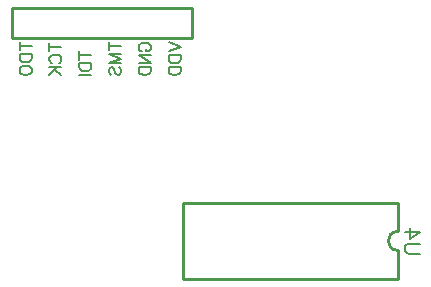
<source format=gbr>
G04 DipTrace 4.0.0.5*
G04 BottomSilk.gbr*
%MOIN*%
G04 #@! TF.FileFunction,Legend,Bot*
G04 #@! TF.Part,Single*
%ADD10C,0.009843*%
%ADD79C,0.00772*%
%ADD82C,0.006176*%
%FSLAX26Y26*%
G04*
G70*
G90*
G75*
G01*
G04 BotSilk*
%LPD*%
X2643728Y2696828D2*
D10*
Y2596825D1*
X3243673D1*
Y2696828D1*
X2643728D1*
X3930073Y1795824D2*
X3213577D1*
X3930073Y2047827D2*
X3213577D1*
Y1795824D2*
Y2047827D1*
X3930073Y1795824D2*
Y1890337D1*
Y1953314D2*
Y2047827D1*
Y1890337D2*
G02X3930073Y1953314I34J31488D01*
G01*
X2669768Y2570404D2*
D82*
X2709960D1*
X2669768Y2583801D2*
Y2557007D1*
Y2544655D2*
X2709960D1*
Y2531258D1*
X2708014Y2525510D1*
X2704212Y2521663D1*
X2700365Y2519762D1*
X2694661Y2517861D1*
X2685066D1*
X2679318Y2519762D1*
X2675516Y2521663D1*
X2671669Y2525510D1*
X2669768Y2531258D1*
Y2544655D1*
Y2494013D2*
X2671669Y2497860D1*
X2675516Y2501662D1*
X2679318Y2503608D1*
X2685066Y2505509D1*
X2694661D1*
X2700365Y2503608D1*
X2704212Y2501662D1*
X2708014Y2497860D1*
X2709960Y2494013D1*
Y2486364D1*
X2708014Y2482561D1*
X2704212Y2478715D1*
X2700365Y2476813D1*
X2694661Y2474912D1*
X2685066D1*
X2679318Y2476813D1*
X2675516Y2478715D1*
X2671669Y2482561D1*
X2669768Y2486364D1*
Y2494013D1*
X2769074Y2568503D2*
X2809266D1*
X2769074Y2581900D2*
Y2555105D1*
X2778625Y2514058D2*
X2774822Y2515959D1*
X2770975Y2519806D1*
X2769074Y2523609D1*
Y2531258D1*
X2770975Y2535105D1*
X2774822Y2538907D1*
X2778625Y2540853D1*
X2784373Y2542754D1*
X2793967D1*
X2799671Y2540853D1*
X2803518Y2538907D1*
X2807321Y2535105D1*
X2809266Y2531258D1*
Y2523609D1*
X2807321Y2519806D1*
X2803518Y2515959D1*
X2799671Y2514058D1*
X2769074Y2501707D2*
X2809266D1*
X2769074Y2474912D2*
X2795869Y2501707D1*
X2786274Y2492156D2*
X2809266Y2474912D1*
X2868380Y2539807D2*
X2908572D1*
X2868380Y2553204D2*
Y2526409D1*
Y2514058D2*
X2908572D1*
Y2500661D1*
X2906627Y2494913D1*
X2902824Y2491066D1*
X2898978Y2489165D1*
X2893274Y2487263D1*
X2883679D1*
X2877931Y2489165D1*
X2874128Y2491066D1*
X2870282Y2494913D1*
X2868380Y2500661D1*
Y2514058D1*
Y2474912D2*
X2908572D1*
X2967687Y2570404D2*
X3007879D1*
X2967687Y2583801D2*
Y2557007D1*
X3007879Y2514058D2*
X2967687D1*
X3007879Y2529357D1*
X2967687Y2544655D1*
X3007879D1*
X2973435Y2474912D2*
X2969588Y2478715D1*
X2967687Y2484463D1*
Y2492112D1*
X2969588Y2497860D1*
X2973435Y2501707D1*
X2977237D1*
X2981084Y2499761D1*
X2982985Y2497860D1*
X2984887Y2494057D1*
X2988733Y2482561D1*
X2990635Y2478715D1*
X2992580Y2476813D1*
X2996383Y2474912D1*
X3002131D1*
X3005933Y2478715D1*
X3007879Y2484463D1*
Y2492112D1*
X3005933Y2497860D1*
X3002131Y2501707D1*
X3076544Y2553204D2*
X3072741Y2555105D1*
X3068894Y2558952D1*
X3066993Y2562755D1*
Y2570404D1*
X3068894Y2574251D1*
X3072741Y2578053D1*
X3076544Y2579999D1*
X3082292Y2581900D1*
X3091886D1*
X3097590Y2579999D1*
X3101437Y2578053D1*
X3105240Y2574251D1*
X3107185Y2570404D1*
Y2562755D1*
X3105240Y2558952D1*
X3101437Y2555105D1*
X3097590Y2553204D1*
X3091886D1*
Y2562755D1*
X3066993Y2514058D2*
X3107185D1*
X3066993Y2540853D1*
X3107185D1*
X3066993Y2501707D2*
X3107185D1*
Y2488309D1*
X3105240Y2482561D1*
X3101437Y2478715D1*
X3097590Y2476813D1*
X3091886Y2474912D1*
X3082292D1*
X3076544Y2476813D1*
X3072741Y2478715D1*
X3068894Y2482561D1*
X3066993Y2488309D1*
Y2501707D1*
X3166299Y2583801D2*
X3206491Y2568503D1*
X3166299Y2553204D1*
Y2540853D2*
X3206491D1*
Y2527455D1*
X3204546Y2521707D1*
X3200743Y2517861D1*
X3196897Y2515959D1*
X3191193Y2514058D1*
X3181598D1*
X3175850Y2515959D1*
X3172047Y2517861D1*
X3168201Y2521707D1*
X3166299Y2527455D1*
Y2540853D1*
Y2501707D2*
X3206491D1*
Y2488309D1*
X3204546Y2482561D1*
X3200743Y2478715D1*
X3196897Y2476813D1*
X3191193Y2474912D1*
X3181598D1*
X3175850Y2476813D1*
X3172047Y2478715D1*
X3168201Y2482561D1*
X3166299Y2488309D1*
Y2501707D1*
X4003297Y1879424D2*
D79*
X3967427D1*
X3960242Y1881801D1*
X3955488Y1886609D1*
X3953057Y1893794D1*
Y1898547D1*
X3955488Y1905733D1*
X3960242Y1910541D1*
X3967427Y1912918D1*
X4003297D1*
X3953057Y1952288D2*
X4003241D1*
X3969803Y1928357D1*
Y1964227D1*
M02*

</source>
